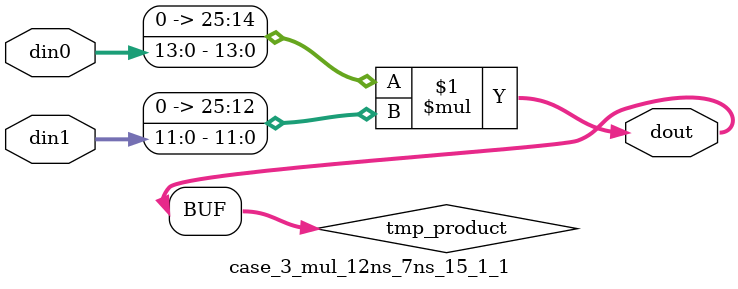
<source format=v>

`timescale 1 ns / 1 ps

 (* use_dsp = "no" *)  module case_3_mul_12ns_7ns_15_1_1(din0, din1, dout);
parameter ID = 1;
parameter NUM_STAGE = 0;
parameter din0_WIDTH = 14;
parameter din1_WIDTH = 12;
parameter dout_WIDTH = 26;

input [din0_WIDTH - 1 : 0] din0; 
input [din1_WIDTH - 1 : 0] din1; 
output [dout_WIDTH - 1 : 0] dout;

wire signed [dout_WIDTH - 1 : 0] tmp_product;
























assign tmp_product = $signed({1'b0, din0}) * $signed({1'b0, din1});











assign dout = tmp_product;





















endmodule

</source>
